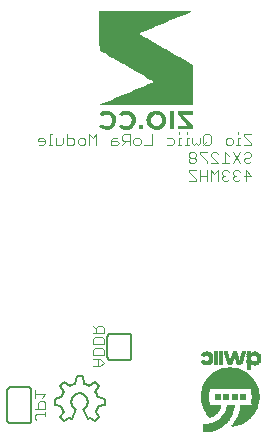
<source format=gbr>
G04 EAGLE Gerber RS-274X export*
G75*
%MOMM*%
%FSLAX34Y34*%
%LPD*%
%INSilkscreen Bottom*%
%IPPOS*%
%AMOC8*
5,1,8,0,0,1.08239X$1,22.5*%
G01*
%ADD10C,0.101600*%
%ADD11C,0.152400*%
%ADD12R,0.120000X0.020000*%
%ADD13R,0.340000X0.020000*%
%ADD14R,0.320000X0.020000*%
%ADD15R,0.140000X0.020000*%
%ADD16R,0.280000X0.020000*%
%ADD17R,0.360000X0.020000*%
%ADD18R,0.420000X0.020000*%
%ADD19R,0.380000X0.020000*%
%ADD20R,0.480000X0.020000*%
%ADD21R,0.540000X0.020000*%
%ADD22R,0.560000X0.020000*%
%ADD23R,0.400000X0.020000*%
%ADD24R,0.640000X0.020000*%
%ADD25R,0.620000X0.020000*%
%ADD26R,0.700000X0.020000*%
%ADD27R,0.660000X0.020000*%
%ADD28R,0.740000X0.020000*%
%ADD29R,1.080000X0.020000*%
%ADD30R,0.800000X0.020000*%
%ADD31R,1.100000X0.020000*%
%ADD32R,0.440000X0.020000*%
%ADD33R,0.840000X0.020000*%
%ADD34R,1.120000X0.020000*%
%ADD35R,0.460000X0.020000*%
%ADD36R,0.860000X0.020000*%
%ADD37R,0.900000X0.020000*%
%ADD38R,1.140000X0.020000*%
%ADD39R,0.920000X0.020000*%
%ADD40R,1.160000X0.020000*%
%ADD41R,0.960000X0.020000*%
%ADD42R,0.500000X0.020000*%
%ADD43R,0.520000X0.020000*%
%ADD44R,0.940000X0.020000*%
%ADD45R,0.260000X0.020000*%
%ADD46R,0.180000X0.020000*%
%ADD47R,0.580000X0.020000*%
%ADD48R,0.060000X0.020000*%
%ADD49R,0.600000X0.020000*%
%ADD50R,0.300000X0.020000*%
%ADD51R,0.040000X0.020000*%
%ADD52R,0.100000X0.020000*%
%ADD53R,0.160000X0.020000*%
%ADD54R,0.220000X0.020000*%
%ADD55R,0.980000X0.020000*%
%ADD56R,0.880000X0.020000*%
%ADD57R,0.760000X0.020000*%
%ADD58R,1.060000X0.020000*%
%ADD59R,0.720000X0.020000*%
%ADD60R,0.820000X0.020000*%
%ADD61R,1.180000X0.020000*%
%ADD62R,1.340000X0.020000*%
%ADD63R,1.460000X0.020000*%
%ADD64R,1.600000X0.020000*%
%ADD65R,1.700000X0.020000*%
%ADD66R,1.820000X0.020000*%
%ADD67R,1.900000X0.020000*%
%ADD68R,1.980000X0.020000*%
%ADD69R,2.100000X0.020000*%
%ADD70R,2.160000X0.020000*%
%ADD71R,2.260000X0.020000*%
%ADD72R,2.340000X0.020000*%
%ADD73R,2.400000X0.020000*%
%ADD74R,2.480000X0.020000*%
%ADD75R,2.540000X0.020000*%
%ADD76R,2.600000X0.020000*%
%ADD77R,2.680000X0.020000*%
%ADD78R,2.720000X0.020000*%
%ADD79R,2.800000X0.020000*%
%ADD80R,2.840000X0.020000*%
%ADD81R,2.900000X0.020000*%
%ADD82R,2.960000X0.020000*%
%ADD83R,3.000000X0.020000*%
%ADD84R,3.060000X0.020000*%
%ADD85R,3.120000X0.020000*%
%ADD86R,3.160000X0.020000*%
%ADD87R,3.200000X0.020000*%
%ADD88R,3.260000X0.020000*%
%ADD89R,3.300000X0.020000*%
%ADD90R,3.340000X0.020000*%
%ADD91R,3.380000X0.020000*%
%ADD92R,3.420000X0.020000*%
%ADD93R,3.460000X0.020000*%
%ADD94R,3.520000X0.020000*%
%ADD95R,3.540000X0.020000*%
%ADD96R,3.580000X0.020000*%
%ADD97R,3.620000X0.020000*%
%ADD98R,3.660000X0.020000*%
%ADD99R,3.700000X0.020000*%
%ADD100R,3.740000X0.020000*%
%ADD101R,3.780000X0.020000*%
%ADD102R,3.800000X0.020000*%
%ADD103R,3.840000X0.020000*%
%ADD104R,3.860000X0.020000*%
%ADD105R,3.900000X0.020000*%
%ADD106R,3.940000X0.020000*%
%ADD107R,3.960000X0.020000*%
%ADD108R,3.980000X0.020000*%
%ADD109R,4.020000X0.020000*%
%ADD110R,4.060000X0.020000*%
%ADD111R,4.080000X0.020000*%
%ADD112R,4.100000X0.020000*%
%ADD113R,4.120000X0.020000*%
%ADD114R,4.160000X0.020000*%
%ADD115R,4.180000X0.020000*%
%ADD116R,4.200000X0.020000*%
%ADD117R,4.240000X0.020000*%
%ADD118R,4.260000X0.020000*%
%ADD119R,4.280000X0.020000*%
%ADD120R,4.300000X0.020000*%
%ADD121R,4.320000X0.020000*%
%ADD122R,4.340000X0.020000*%
%ADD123R,4.380000X0.020000*%
%ADD124R,4.400000X0.020000*%
%ADD125R,4.440000X0.020000*%
%ADD126R,4.460000X0.020000*%
%ADD127R,4.500000X0.020000*%
%ADD128R,4.520000X0.020000*%
%ADD129R,4.540000X0.020000*%
%ADD130R,4.560000X0.020000*%
%ADD131R,4.580000X0.020000*%
%ADD132R,4.600000X0.020000*%
%ADD133R,4.620000X0.020000*%
%ADD134R,4.640000X0.020000*%
%ADD135R,4.660000X0.020000*%
%ADD136R,4.680000X0.020000*%
%ADD137R,4.700000X0.020000*%
%ADD138R,4.720000X0.020000*%
%ADD139R,4.740000X0.020000*%
%ADD140R,0.680000X0.020000*%
%ADD141R,1.480000X0.020000*%
%ADD142R,1.580000X0.020000*%
%ADD143R,1.560000X0.020000*%
%ADD144R,1.540000X0.020000*%
%ADD145R,1.520000X0.020000*%
%ADD146R,1.500000X0.020000*%
%ADD147R,1.440000X0.020000*%
%ADD148R,1.400000X0.020000*%
%ADD149R,1.420000X0.020000*%
%ADD150R,1.380000X0.020000*%
%ADD151R,1.360000X0.020000*%
%ADD152R,1.320000X0.020000*%
%ADD153R,1.300000X0.020000*%
%ADD154R,1.260000X0.020000*%
%ADD155R,1.220000X0.020000*%
%ADD156R,1.200000X0.020000*%
%ADD157R,1.040000X0.020000*%
%ADD158R,1.020000X0.020000*%
%ADD159R,1.000000X0.020000*%
%ADD160R,1.280000X0.020000*%
%ADD161R,0.780000X0.020000*%
%ADD162R,1.240000X0.020000*%
%ADD163R,0.020000X0.020000*%
%ADD164R,1.840000X0.020000*%
%ADD165R,1.800000X0.020000*%
%ADD166R,1.780000X0.020000*%
%ADD167R,1.760000X0.020000*%
%ADD168R,1.740000X0.020000*%
%ADD169R,1.680000X0.020000*%
%ADD170R,1.660000X0.020000*%
%ADD171R,1.620000X0.020000*%

G36*
X171893Y328824D02*
X171893Y328824D01*
X171892Y328824D01*
X171893Y328825D01*
X171890Y331215D01*
X171885Y333602D01*
X171882Y335991D01*
X171877Y338381D01*
X171874Y340768D01*
X171869Y343157D01*
X171866Y345544D01*
X171866Y345547D01*
X171861Y347934D01*
X171858Y350324D01*
X171856Y352711D01*
X171850Y355100D01*
X171848Y357487D01*
X171842Y359877D01*
X171840Y362264D01*
X171835Y362270D01*
X171834Y362274D01*
X169532Y363608D01*
X167230Y364941D01*
X164931Y366275D01*
X160328Y368942D01*
X158029Y370275D01*
X153426Y372942D01*
X151127Y374276D01*
X148825Y375609D01*
X146518Y376948D01*
X144212Y378284D01*
X141907Y379620D01*
X139600Y380959D01*
X137293Y382298D01*
X134989Y383634D01*
X132682Y384973D01*
X130378Y386312D01*
X128071Y387653D01*
X125790Y388986D01*
X128184Y390022D01*
X130609Y391051D01*
X133033Y392078D01*
X135460Y393102D01*
X137887Y394123D01*
X140314Y395145D01*
X142741Y396164D01*
X145170Y397185D01*
X147597Y398201D01*
X149904Y399169D01*
X152208Y400138D01*
X154515Y401103D01*
X156820Y402071D01*
X159127Y403037D01*
X161431Y404005D01*
X163738Y404973D01*
X166042Y405941D01*
X168349Y406909D01*
X170653Y407877D01*
X170654Y407877D01*
X171832Y408379D01*
X171835Y408384D01*
X171839Y408388D01*
X171838Y408390D01*
X171839Y408393D01*
X171832Y408396D01*
X171828Y408402D01*
X166526Y408402D01*
X163875Y408404D01*
X140018Y408404D01*
X137367Y408407D01*
X116165Y408407D01*
X113514Y408410D01*
X92308Y408410D01*
X92297Y408399D01*
X92297Y408398D01*
X92296Y408398D01*
X92299Y406005D01*
X92304Y403610D01*
X92307Y401218D01*
X92312Y398823D01*
X92315Y396431D01*
X92318Y394036D01*
X92323Y391641D01*
X92326Y389249D01*
X92331Y386854D01*
X92334Y384461D01*
X92339Y382066D01*
X92342Y379674D01*
X92347Y377279D01*
X92350Y374884D01*
X92355Y374878D01*
X92356Y374874D01*
X94652Y373546D01*
X96946Y372215D01*
X99242Y370887D01*
X101538Y369556D01*
X103832Y368225D01*
X106128Y366897D01*
X108422Y365566D01*
X110718Y364235D01*
X113014Y362907D01*
X115308Y361576D01*
X122213Y357576D01*
X124514Y356239D01*
X129118Y353572D01*
X131417Y352236D01*
X133718Y350903D01*
X136017Y349564D01*
X138296Y348237D01*
X135872Y347182D01*
X133416Y346140D01*
X130962Y345102D01*
X128506Y344065D01*
X126047Y343030D01*
X123588Y341995D01*
X121129Y340963D01*
X118670Y339931D01*
X116365Y338965D01*
X114058Y337997D01*
X111752Y337029D01*
X109445Y336064D01*
X107140Y335096D01*
X104833Y334127D01*
X102526Y333162D01*
X100222Y332194D01*
X97915Y331226D01*
X95611Y330258D01*
X93931Y329551D01*
X92250Y328844D01*
X92248Y328839D01*
X92243Y328835D01*
X92245Y328833D01*
X92244Y328830D01*
X92250Y328827D01*
X92255Y328821D01*
X97562Y328821D01*
X100216Y328818D01*
X134722Y328818D01*
X137375Y328816D01*
X169227Y328816D01*
X171881Y328813D01*
X171893Y328824D01*
G37*
G36*
X140678Y307672D02*
X140678Y307672D01*
X142067Y307741D01*
X142069Y307743D01*
X142070Y307742D01*
X144255Y308491D01*
X144256Y308493D01*
X144258Y308493D01*
X146157Y309802D01*
X146157Y309804D01*
X146159Y309804D01*
X147615Y311594D01*
X147615Y311596D01*
X147617Y311597D01*
X148489Y313731D01*
X148488Y313733D01*
X148490Y313734D01*
X148671Y315753D01*
X148670Y315754D01*
X148671Y315755D01*
X148442Y317766D01*
X148440Y317768D01*
X148441Y317770D01*
X147414Y320066D01*
X147412Y320067D01*
X147412Y320069D01*
X145756Y321963D01*
X145754Y321963D01*
X145753Y321965D01*
X144222Y322904D01*
X144221Y322904D01*
X144221Y322905D01*
X142551Y323574D01*
X142549Y323573D01*
X142548Y323575D01*
X140678Y323746D01*
X140364Y323775D01*
X140362Y323774D01*
X140361Y323775D01*
X138174Y323583D01*
X138173Y323581D01*
X138171Y323582D01*
X136293Y322817D01*
X136293Y322815D01*
X136291Y322816D01*
X134611Y321685D01*
X134610Y321683D01*
X134609Y321683D01*
X133184Y319994D01*
X133184Y319992D01*
X133182Y319991D01*
X132316Y317962D01*
X132316Y317960D01*
X132315Y317958D01*
X132051Y315764D01*
X132052Y315762D01*
X132051Y315761D01*
X132192Y313948D01*
X132194Y313946D01*
X132193Y313944D01*
X132817Y312238D01*
X132819Y312237D01*
X132818Y312235D01*
X134085Y310315D01*
X134087Y310314D01*
X134087Y310312D01*
X135847Y308835D01*
X135850Y308835D01*
X135850Y308833D01*
X137960Y307910D01*
X137962Y307911D01*
X137963Y307909D01*
X140006Y307637D01*
X140007Y307638D01*
X140008Y307637D01*
X140678Y307672D01*
G37*
G36*
X171893Y307920D02*
X171893Y307920D01*
X171892Y307920D01*
X171893Y307921D01*
X171888Y309228D01*
X171882Y310535D01*
X171879Y310539D01*
X171879Y310543D01*
X170453Y312196D01*
X167599Y315503D01*
X166172Y317157D01*
X163335Y320444D01*
X165371Y320457D01*
X167435Y320471D01*
X169497Y320484D01*
X171561Y320500D01*
X171573Y320511D01*
X171572Y320511D01*
X171573Y320512D01*
X171573Y323494D01*
X171562Y323506D01*
X171562Y323505D01*
X171561Y323506D01*
X158759Y323506D01*
X158748Y323495D01*
X158748Y323494D01*
X158747Y323494D01*
X158747Y320984D01*
X158751Y320980D01*
X158750Y320976D01*
X160188Y319307D01*
X161625Y317637D01*
X163060Y315965D01*
X164498Y314295D01*
X165933Y312626D01*
X167353Y310973D01*
X166716Y310965D01*
X166714Y310965D01*
X165757Y310953D01*
X165755Y310953D01*
X165237Y310947D01*
X164798Y310941D01*
X164796Y310941D01*
X163839Y310929D01*
X163837Y310929D01*
X163836Y310929D01*
X163096Y310920D01*
X162880Y310917D01*
X162878Y310917D01*
X161922Y310905D01*
X161920Y310905D01*
X160964Y310894D01*
X160962Y310894D01*
X160962Y310893D01*
X160954Y310893D01*
X160005Y310882D01*
X160003Y310882D01*
X159046Y310870D01*
X159044Y310870D01*
X158813Y310867D01*
X158801Y310856D01*
X158801Y310855D01*
X158771Y309388D01*
X158742Y307921D01*
X158752Y307909D01*
X158753Y307910D01*
X158754Y307909D01*
X171881Y307909D01*
X171893Y307920D01*
G37*
G36*
X116856Y307752D02*
X116856Y307752D01*
X116858Y307754D01*
X116860Y307753D01*
X119180Y308611D01*
X119181Y308614D01*
X119183Y308613D01*
X121125Y310144D01*
X121125Y310146D01*
X121127Y310147D01*
X122498Y312206D01*
X122498Y312208D01*
X122499Y312208D01*
X123062Y313883D01*
X123062Y313884D01*
X123061Y313885D01*
X123063Y313886D01*
X123191Y315655D01*
X123190Y315656D01*
X123191Y315656D01*
X123036Y317585D01*
X123034Y317586D01*
X123035Y317588D01*
X122350Y319393D01*
X122348Y319394D01*
X122349Y319396D01*
X121205Y321159D01*
X121202Y321159D01*
X121202Y321161D01*
X119605Y322524D01*
X119603Y322524D01*
X119602Y322526D01*
X117698Y323417D01*
X117696Y323416D01*
X117696Y323417D01*
X116357Y323743D01*
X116355Y323742D01*
X116354Y323743D01*
X116125Y323746D01*
X116123Y323746D01*
X115243Y323758D01*
X115241Y323758D01*
X114975Y323762D01*
X114975Y323761D01*
X114975Y323762D01*
X114823Y323758D01*
X114822Y323758D01*
X114320Y323746D01*
X114319Y323746D01*
X113817Y323734D01*
X113815Y323734D01*
X113625Y323730D01*
X113624Y323729D01*
X113623Y323729D01*
X112306Y323463D01*
X112305Y323462D01*
X112304Y323462D01*
X110826Y322873D01*
X110825Y322871D01*
X110824Y322872D01*
X109507Y321983D01*
X109506Y321980D01*
X109503Y321980D01*
X109023Y321214D01*
X109025Y321205D01*
X109024Y321200D01*
X110013Y320038D01*
X110014Y320037D01*
X111038Y318901D01*
X111044Y318900D01*
X111045Y318899D01*
X111050Y318899D01*
X111050Y318900D01*
X111054Y318899D01*
X111054Y318900D01*
X111645Y319334D01*
X113371Y320316D01*
X115332Y320577D01*
X116765Y320279D01*
X117991Y319482D01*
X119189Y317763D01*
X119598Y315709D01*
X119189Y313652D01*
X117991Y311936D01*
X116755Y311135D01*
X115308Y310838D01*
X113339Y311069D01*
X111621Y312076D01*
X110929Y312616D01*
X110913Y312615D01*
X109819Y311530D01*
X108729Y310442D01*
X108728Y310438D01*
X108728Y310437D01*
X108728Y310426D01*
X108729Y310426D01*
X108729Y310425D01*
X109233Y309908D01*
X109234Y309908D01*
X109234Y309907D01*
X110447Y308928D01*
X110449Y308928D01*
X110449Y308927D01*
X111814Y308172D01*
X111817Y308173D01*
X111818Y308171D01*
X114309Y307643D01*
X114310Y307644D01*
X114312Y307642D01*
X116856Y307752D01*
G37*
G36*
X99830Y307666D02*
X99830Y307666D01*
X99831Y307668D01*
X99833Y307667D01*
X102177Y308384D01*
X102178Y308386D01*
X102180Y308386D01*
X104261Y309815D01*
X104261Y309818D01*
X104263Y309818D01*
X105768Y311842D01*
X105767Y311845D01*
X105769Y311846D01*
X106572Y314241D01*
X106571Y314243D01*
X106573Y314244D01*
X106629Y316767D01*
X106627Y316769D01*
X106628Y316769D01*
X106627Y316769D01*
X106628Y316771D01*
X105922Y319195D01*
X105919Y319197D01*
X105920Y319199D01*
X104493Y321279D01*
X104491Y321279D01*
X104491Y321281D01*
X102586Y322791D01*
X102584Y322791D01*
X102583Y322793D01*
X100306Y323638D01*
X100303Y323637D01*
X100302Y323639D01*
X97875Y323796D01*
X97874Y323795D01*
X97872Y323796D01*
X95272Y323300D01*
X95270Y323298D01*
X95268Y323299D01*
X92969Y321989D01*
X92968Y321986D01*
X92966Y321986D01*
X92432Y321274D01*
X92433Y321262D01*
X92433Y321259D01*
X93449Y320064D01*
X94497Y318901D01*
X94513Y318899D01*
X95217Y319406D01*
X96601Y320234D01*
X98174Y320577D01*
X100121Y320327D01*
X101735Y319213D01*
X102903Y317012D01*
X102924Y314517D01*
X101804Y312290D01*
X100294Y311175D01*
X98448Y310816D01*
X96641Y311130D01*
X95062Y312078D01*
X94375Y312606D01*
X94359Y312605D01*
X93329Y311573D01*
X93329Y311572D01*
X92299Y310423D01*
X92299Y310407D01*
X92300Y310407D01*
X92300Y310406D01*
X94007Y308840D01*
X94010Y308840D01*
X94010Y308838D01*
X95837Y308006D01*
X95839Y308007D01*
X95840Y308005D01*
X97816Y307627D01*
X97818Y307628D01*
X97819Y307626D01*
X99830Y307666D01*
G37*
%LPC*%
G36*
X141229Y310943D02*
X141229Y310943D01*
X140851Y310955D01*
X140677Y310960D01*
X140441Y310968D01*
X140069Y310980D01*
X140068Y310980D01*
X139696Y310992D01*
X139324Y311003D01*
X139323Y311003D01*
X138952Y311015D01*
X138951Y311015D01*
X138934Y311016D01*
X136769Y312455D01*
X135792Y314456D01*
X135747Y316680D01*
X136641Y318715D01*
X138349Y320138D01*
X140365Y320604D01*
X140675Y320538D01*
X142392Y320168D01*
X144014Y318883D01*
X144978Y316709D01*
X144879Y314333D01*
X143714Y312264D01*
X141519Y310934D01*
X141229Y310943D01*
G37*
%LPD*%
G36*
X155360Y307920D02*
X155360Y307920D01*
X155359Y307920D01*
X155360Y307921D01*
X155360Y323494D01*
X155350Y323506D01*
X155349Y323505D01*
X155348Y323506D01*
X151934Y323506D01*
X151923Y323495D01*
X151923Y323494D01*
X151923Y307921D01*
X151933Y307909D01*
X151934Y307910D01*
X151934Y307909D01*
X155348Y307909D01*
X155360Y307920D01*
G37*
G36*
X129440Y307920D02*
X129440Y307920D01*
X129439Y307920D01*
X129440Y307921D01*
X129440Y311442D01*
X129429Y311453D01*
X129428Y311453D01*
X125801Y311453D01*
X125789Y311443D01*
X125789Y311442D01*
X125789Y307921D01*
X125799Y307909D01*
X125800Y307910D01*
X125801Y307909D01*
X129428Y307909D01*
X129440Y307920D01*
G37*
D10*
X220726Y303792D02*
X214625Y303792D01*
X214625Y302267D01*
X220726Y296165D01*
X220726Y294640D01*
X214625Y294640D01*
X211371Y300741D02*
X209846Y300741D01*
X209846Y294640D01*
X211371Y294640D02*
X208320Y294640D01*
X209846Y303792D02*
X209846Y305317D01*
X203609Y294640D02*
X200558Y294640D01*
X199033Y296165D01*
X199033Y299216D01*
X200558Y300741D01*
X203609Y300741D01*
X205134Y299216D01*
X205134Y296165D01*
X203609Y294640D01*
X186424Y296165D02*
X186424Y302267D01*
X184898Y303792D01*
X181848Y303792D01*
X180322Y302267D01*
X180322Y296165D01*
X181848Y294640D01*
X184898Y294640D01*
X186424Y296165D01*
X183373Y297691D02*
X180322Y294640D01*
X177068Y296165D02*
X177068Y300741D01*
X177068Y296165D02*
X175543Y294640D01*
X174018Y296165D01*
X172493Y294640D01*
X170967Y296165D01*
X170967Y300741D01*
X167713Y300741D02*
X166188Y300741D01*
X166188Y294640D01*
X167713Y294640D02*
X164663Y294640D01*
X166188Y303792D02*
X166188Y305317D01*
X161477Y300741D02*
X159951Y300741D01*
X159951Y294640D01*
X158426Y294640D02*
X161477Y294640D01*
X159951Y303792D02*
X159951Y305317D01*
X153714Y300741D02*
X149139Y300741D01*
X153714Y300741D02*
X155240Y299216D01*
X155240Y296165D01*
X153714Y294640D01*
X149139Y294640D01*
X136529Y294640D02*
X136529Y303792D01*
X136529Y294640D02*
X130428Y294640D01*
X125649Y294640D02*
X122598Y294640D01*
X121073Y296165D01*
X121073Y299216D01*
X122598Y300741D01*
X125649Y300741D01*
X127174Y299216D01*
X127174Y296165D01*
X125649Y294640D01*
X117819Y294640D02*
X117819Y303792D01*
X113243Y303792D01*
X111718Y302267D01*
X111718Y299216D01*
X113243Y297691D01*
X117819Y297691D01*
X114768Y297691D02*
X111718Y294640D01*
X106939Y300741D02*
X103888Y300741D01*
X102363Y299216D01*
X102363Y294640D01*
X106939Y294640D01*
X108464Y296165D01*
X106939Y297691D01*
X102363Y297691D01*
X89753Y294640D02*
X89753Y303792D01*
X86703Y300741D01*
X83652Y303792D01*
X83652Y294640D01*
X78873Y294640D02*
X75822Y294640D01*
X74297Y296165D01*
X74297Y299216D01*
X75822Y300741D01*
X78873Y300741D01*
X80398Y299216D01*
X80398Y296165D01*
X78873Y294640D01*
X64942Y294640D02*
X64942Y303792D01*
X64942Y294640D02*
X69518Y294640D01*
X71043Y296165D01*
X71043Y299216D01*
X69518Y300741D01*
X64942Y300741D01*
X61688Y300741D02*
X61688Y296165D01*
X60163Y294640D01*
X55587Y294640D01*
X55587Y300741D01*
X52333Y303792D02*
X50807Y303792D01*
X50807Y294640D01*
X49282Y294640D02*
X52333Y294640D01*
X44571Y294640D02*
X41520Y294640D01*
X44571Y294640D02*
X46096Y296165D01*
X46096Y299216D01*
X44571Y300741D01*
X41520Y300741D01*
X39995Y299216D01*
X39995Y297691D01*
X46096Y297691D01*
X214625Y287027D02*
X216150Y288552D01*
X219201Y288552D01*
X220726Y287027D01*
X220726Y285501D01*
X219201Y283976D01*
X216150Y283976D01*
X214625Y282451D01*
X214625Y280925D01*
X216150Y279400D01*
X219201Y279400D01*
X220726Y280925D01*
X211371Y288552D02*
X205270Y279400D01*
X211371Y279400D02*
X205270Y288552D01*
X202016Y285501D02*
X198965Y288552D01*
X198965Y279400D01*
X202016Y279400D02*
X195914Y279400D01*
X192660Y279400D02*
X186559Y279400D01*
X192660Y279400D02*
X186559Y285501D01*
X186559Y287027D01*
X188085Y288552D01*
X191135Y288552D01*
X192660Y287027D01*
X183305Y288552D02*
X177204Y288552D01*
X177204Y287027D01*
X183305Y280925D01*
X183305Y279400D01*
X173950Y287027D02*
X172425Y288552D01*
X169374Y288552D01*
X167849Y287027D01*
X167849Y285501D01*
X169374Y283976D01*
X167849Y282451D01*
X167849Y280925D01*
X169374Y279400D01*
X172425Y279400D01*
X173950Y280925D01*
X173950Y282451D01*
X172425Y283976D01*
X173950Y285501D01*
X173950Y287027D01*
X172425Y283976D02*
X169374Y283976D01*
X216150Y273312D02*
X216150Y264160D01*
X220726Y268736D02*
X216150Y273312D01*
X214625Y268736D02*
X220726Y268736D01*
X211371Y271787D02*
X209846Y273312D01*
X206795Y273312D01*
X205270Y271787D01*
X205270Y270261D01*
X206795Y268736D01*
X208320Y268736D01*
X206795Y268736D02*
X205270Y267211D01*
X205270Y265685D01*
X206795Y264160D01*
X209846Y264160D01*
X211371Y265685D01*
X202016Y271787D02*
X200490Y273312D01*
X197440Y273312D01*
X195914Y271787D01*
X195914Y270261D01*
X197440Y268736D01*
X198965Y268736D01*
X197440Y268736D02*
X195914Y267211D01*
X195914Y265685D01*
X197440Y264160D01*
X200490Y264160D01*
X202016Y265685D01*
X192660Y264160D02*
X192660Y273312D01*
X189610Y270261D01*
X186559Y273312D01*
X186559Y264160D01*
X183305Y264160D02*
X183305Y273312D01*
X183305Y268736D02*
X177204Y268736D01*
X177204Y273312D02*
X177204Y264160D01*
X173950Y273312D02*
X167849Y273312D01*
X167849Y271787D01*
X173950Y265685D01*
X173950Y264160D01*
X167849Y264160D01*
X37338Y63755D02*
X38863Y62230D01*
X37338Y63755D02*
X37338Y65281D01*
X38863Y66806D01*
X46490Y66806D01*
X46490Y65281D02*
X46490Y68331D01*
X46490Y71585D02*
X37338Y71585D01*
X46490Y71585D02*
X46490Y76161D01*
X44965Y77686D01*
X41914Y77686D01*
X40389Y76161D01*
X40389Y71585D01*
X43439Y80940D02*
X46490Y83991D01*
X37338Y83991D01*
X37338Y80940D02*
X37338Y87042D01*
X86614Y107442D02*
X92715Y107442D01*
X95766Y110493D01*
X92715Y113543D01*
X86614Y113543D01*
X91190Y113543D02*
X91190Y107442D01*
X95766Y116797D02*
X86614Y116797D01*
X86614Y121373D01*
X88139Y122898D01*
X94241Y122898D01*
X95766Y121373D01*
X95766Y116797D01*
X95766Y126152D02*
X86614Y126152D01*
X86614Y130728D01*
X88139Y132254D01*
X94241Y132254D01*
X95766Y130728D01*
X95766Y126152D01*
X95766Y135508D02*
X86614Y135508D01*
X95766Y135508D02*
X95766Y140083D01*
X94241Y141609D01*
X91190Y141609D01*
X89665Y140083D01*
X89665Y135508D01*
X89665Y138558D02*
X86614Y141609D01*
D11*
X14264Y87238D02*
X14264Y61838D01*
X34584Y87238D02*
X34582Y87338D01*
X34576Y87437D01*
X34566Y87537D01*
X34553Y87635D01*
X34535Y87734D01*
X34514Y87831D01*
X34489Y87927D01*
X34460Y88023D01*
X34427Y88117D01*
X34391Y88210D01*
X34351Y88301D01*
X34307Y88391D01*
X34260Y88479D01*
X34210Y88565D01*
X34156Y88649D01*
X34099Y88731D01*
X34039Y88810D01*
X33975Y88888D01*
X33909Y88962D01*
X33840Y89034D01*
X33768Y89103D01*
X33694Y89169D01*
X33616Y89233D01*
X33537Y89293D01*
X33455Y89350D01*
X33371Y89404D01*
X33285Y89454D01*
X33197Y89501D01*
X33107Y89545D01*
X33016Y89585D01*
X32923Y89621D01*
X32829Y89654D01*
X32733Y89683D01*
X32637Y89708D01*
X32540Y89729D01*
X32441Y89747D01*
X32343Y89760D01*
X32243Y89770D01*
X32144Y89776D01*
X32044Y89778D01*
X34584Y61838D02*
X34582Y61738D01*
X34576Y61639D01*
X34566Y61539D01*
X34553Y61441D01*
X34535Y61342D01*
X34514Y61245D01*
X34489Y61149D01*
X34460Y61053D01*
X34427Y60959D01*
X34391Y60866D01*
X34351Y60775D01*
X34307Y60685D01*
X34260Y60597D01*
X34210Y60511D01*
X34156Y60427D01*
X34099Y60345D01*
X34039Y60266D01*
X33975Y60188D01*
X33909Y60114D01*
X33840Y60042D01*
X33768Y59973D01*
X33694Y59907D01*
X33616Y59843D01*
X33537Y59783D01*
X33455Y59726D01*
X33371Y59672D01*
X33285Y59622D01*
X33197Y59575D01*
X33107Y59531D01*
X33016Y59491D01*
X32923Y59455D01*
X32829Y59422D01*
X32733Y59393D01*
X32637Y59368D01*
X32540Y59347D01*
X32441Y59329D01*
X32343Y59316D01*
X32243Y59306D01*
X32144Y59300D01*
X32044Y59298D01*
X16804Y59298D02*
X16704Y59300D01*
X16605Y59306D01*
X16505Y59316D01*
X16407Y59329D01*
X16308Y59347D01*
X16211Y59368D01*
X16115Y59393D01*
X16019Y59422D01*
X15925Y59455D01*
X15832Y59491D01*
X15741Y59531D01*
X15651Y59575D01*
X15563Y59622D01*
X15477Y59672D01*
X15393Y59726D01*
X15311Y59783D01*
X15232Y59843D01*
X15154Y59907D01*
X15080Y59973D01*
X15008Y60042D01*
X14939Y60114D01*
X14873Y60188D01*
X14809Y60266D01*
X14749Y60345D01*
X14692Y60427D01*
X14638Y60511D01*
X14588Y60597D01*
X14541Y60685D01*
X14497Y60775D01*
X14457Y60866D01*
X14421Y60959D01*
X14388Y61053D01*
X14359Y61149D01*
X14334Y61245D01*
X14313Y61342D01*
X14295Y61441D01*
X14282Y61539D01*
X14272Y61639D01*
X14266Y61738D01*
X14264Y61838D01*
X14264Y87238D02*
X14266Y87338D01*
X14272Y87437D01*
X14282Y87537D01*
X14295Y87635D01*
X14313Y87734D01*
X14334Y87831D01*
X14359Y87927D01*
X14388Y88023D01*
X14421Y88117D01*
X14457Y88210D01*
X14497Y88301D01*
X14541Y88391D01*
X14588Y88479D01*
X14638Y88565D01*
X14692Y88649D01*
X14749Y88731D01*
X14809Y88810D01*
X14873Y88888D01*
X14939Y88962D01*
X15008Y89034D01*
X15080Y89103D01*
X15154Y89169D01*
X15232Y89233D01*
X15311Y89293D01*
X15393Y89350D01*
X15477Y89404D01*
X15563Y89454D01*
X15651Y89501D01*
X15741Y89545D01*
X15832Y89585D01*
X15925Y89621D01*
X16019Y89654D01*
X16115Y89683D01*
X16211Y89708D01*
X16308Y89729D01*
X16407Y89747D01*
X16505Y89760D01*
X16605Y89770D01*
X16704Y89776D01*
X16804Y89778D01*
X32044Y89778D01*
X32044Y59298D02*
X16804Y59298D01*
X34584Y61838D02*
X34584Y87238D01*
D12*
X224208Y119052D03*
D13*
X218908Y119052D03*
X214708Y119052D03*
D14*
X206808Y119052D03*
X199208Y119052D03*
D13*
X195108Y119052D03*
X190908Y119052D03*
D15*
X183108Y119052D03*
D16*
X224208Y118852D03*
D17*
X218808Y118852D03*
X214608Y118852D03*
X206808Y118852D03*
D13*
X199108Y118852D03*
D17*
X195208Y118852D03*
X190808Y118852D03*
D14*
X183008Y118852D03*
D18*
X224308Y118652D03*
D17*
X218808Y118652D03*
X214608Y118652D03*
D19*
X206908Y118652D03*
D17*
X199208Y118652D03*
X195208Y118652D03*
X190808Y118652D03*
D20*
X183008Y118652D03*
X224208Y118452D03*
D17*
X218808Y118452D03*
X214608Y118452D03*
D19*
X206908Y118452D03*
D13*
X199308Y118452D03*
D17*
X195208Y118452D03*
X190808Y118452D03*
D21*
X183108Y118452D03*
D22*
X224208Y118252D03*
D17*
X218808Y118252D03*
X214408Y118252D03*
D23*
X206808Y118252D03*
D13*
X199308Y118252D03*
D17*
X195208Y118252D03*
X190808Y118252D03*
D24*
X183008Y118252D03*
D25*
X224308Y118052D03*
D17*
X218808Y118052D03*
X214408Y118052D03*
D23*
X206808Y118052D03*
D17*
X199408Y118052D03*
X195208Y118052D03*
X190808Y118052D03*
D26*
X183108Y118052D03*
D27*
X224308Y117852D03*
D19*
X218908Y117852D03*
D13*
X214308Y117852D03*
D18*
X206908Y117852D03*
D13*
X199508Y117852D03*
D17*
X195208Y117852D03*
X190808Y117852D03*
D28*
X183108Y117852D03*
D29*
X222408Y117652D03*
D17*
X214208Y117652D03*
D18*
X206908Y117652D03*
D13*
X199508Y117652D03*
D17*
X195208Y117652D03*
X190808Y117652D03*
D30*
X183008Y117652D03*
D31*
X222508Y117452D03*
D17*
X214208Y117452D03*
D32*
X206808Y117452D03*
D13*
X199508Y117452D03*
D17*
X195208Y117452D03*
X190808Y117452D03*
D33*
X183008Y117452D03*
D34*
X222608Y117252D03*
D13*
X214108Y117252D03*
D35*
X206908Y117252D03*
D13*
X199708Y117252D03*
D17*
X195208Y117252D03*
X190808Y117252D03*
D36*
X183108Y117252D03*
D34*
X222608Y117052D03*
D13*
X214108Y117052D03*
D35*
X206908Y117052D03*
D13*
X199708Y117052D03*
D17*
X195208Y117052D03*
X190808Y117052D03*
D37*
X183108Y117052D03*
D38*
X222708Y116852D03*
D17*
X214008Y116852D03*
D20*
X206808Y116852D03*
D14*
X199808Y116852D03*
D17*
X195208Y116852D03*
X190808Y116852D03*
D39*
X183008Y116852D03*
D40*
X222808Y116652D03*
D13*
X213908Y116652D03*
D20*
X206808Y116652D03*
D13*
X199908Y116652D03*
D17*
X195208Y116652D03*
X190808Y116652D03*
D41*
X183008Y116652D03*
D40*
X222808Y116452D03*
D13*
X213908Y116452D03*
D42*
X206908Y116452D03*
D13*
X199908Y116452D03*
D17*
X195208Y116452D03*
X190808Y116452D03*
D41*
X183208Y116452D03*
D40*
X222808Y116252D03*
D17*
X213808Y116252D03*
D43*
X206808Y116252D03*
D13*
X199908Y116252D03*
D17*
X195208Y116252D03*
X190808Y116252D03*
D44*
X183308Y116252D03*
D20*
X226408Y116052D03*
D21*
X219708Y116052D03*
D13*
X213708Y116052D03*
D43*
X206808Y116052D03*
D14*
X200008Y116052D03*
D17*
X195208Y116052D03*
X190808Y116052D03*
D20*
X185808Y116052D03*
D14*
X180608Y116052D03*
D35*
X226708Y115852D03*
D42*
X219508Y115852D03*
D13*
X213708Y115852D03*
D43*
X206808Y115852D03*
D13*
X200108Y115852D03*
D17*
X195208Y115852D03*
X190808Y115852D03*
D32*
X186008Y115852D03*
D45*
X180508Y115852D03*
D18*
X226908Y115652D03*
D35*
X219308Y115652D03*
D17*
X213608Y115652D03*
D21*
X206908Y115652D03*
D14*
X200208Y115652D03*
D17*
X195208Y115652D03*
X190808Y115652D03*
D18*
X186308Y115652D03*
D46*
X180508Y115652D03*
D23*
X227008Y115452D03*
D32*
X219208Y115452D03*
D13*
X213508Y115452D03*
D21*
X206908Y115452D03*
D14*
X200208Y115452D03*
D17*
X195208Y115452D03*
X190808Y115452D03*
D23*
X186408Y115452D03*
D12*
X180608Y115452D03*
D23*
X227008Y115252D03*
D18*
X219108Y115252D03*
D13*
X213508Y115252D03*
D47*
X206908Y115252D03*
D13*
X200308Y115252D03*
D17*
X195208Y115252D03*
X190808Y115252D03*
D19*
X186508Y115252D03*
D48*
X180708Y115252D03*
D19*
X227108Y115052D03*
D23*
X219008Y115052D03*
D14*
X213408Y115052D03*
D47*
X206908Y115052D03*
D14*
X200408Y115052D03*
D17*
X195208Y115052D03*
X190808Y115052D03*
X186608Y115052D03*
D19*
X227308Y114852D03*
D23*
X219008Y114852D03*
D13*
X213308Y114852D03*
D49*
X206808Y114852D03*
D14*
X200408Y114852D03*
D17*
X195208Y114852D03*
X190808Y114852D03*
D19*
X186708Y114852D03*
X227308Y114652D03*
D23*
X219008Y114652D03*
D13*
X213308Y114652D03*
D49*
X206808Y114652D03*
D14*
X200608Y114652D03*
D17*
X195208Y114652D03*
X190808Y114652D03*
D19*
X186708Y114652D03*
X227308Y114452D03*
X218908Y114452D03*
D14*
X213208Y114452D03*
D16*
X208408Y114452D03*
D50*
X205308Y114452D03*
D14*
X200608Y114452D03*
D17*
X195208Y114452D03*
X190808Y114452D03*
X186808Y114452D03*
X227408Y114252D03*
D19*
X218908Y114252D03*
D13*
X213108Y114252D03*
D16*
X208608Y114252D03*
D50*
X205308Y114252D03*
D14*
X200608Y114252D03*
D17*
X195208Y114252D03*
X190808Y114252D03*
X186808Y114252D03*
X227408Y114052D03*
D19*
X218908Y114052D03*
D13*
X213108Y114052D03*
D16*
X208608Y114052D03*
D50*
X205108Y114052D03*
X200708Y114052D03*
D17*
X195208Y114052D03*
X190808Y114052D03*
X186808Y114052D03*
X227408Y113852D03*
X218808Y113852D03*
D14*
X213008Y113852D03*
D50*
X208708Y113852D03*
X205108Y113852D03*
D14*
X200808Y113852D03*
D17*
X195208Y113852D03*
X190808Y113852D03*
X186808Y113852D03*
X227408Y113652D03*
X218808Y113652D03*
D13*
X212908Y113652D03*
D50*
X208708Y113652D03*
X205108Y113652D03*
D14*
X200808Y113652D03*
D17*
X195208Y113652D03*
X190808Y113652D03*
X186808Y113652D03*
X227408Y113452D03*
X218808Y113452D03*
D14*
X212808Y113452D03*
D16*
X208808Y113452D03*
X205008Y113452D03*
D50*
X200908Y113452D03*
D17*
X195208Y113452D03*
X190808Y113452D03*
X186808Y113452D03*
X227408Y113252D03*
X218808Y113252D03*
D14*
X212808Y113252D03*
D16*
X208808Y113252D03*
D50*
X204908Y113252D03*
D14*
X201008Y113252D03*
D17*
X195208Y113252D03*
X190808Y113252D03*
X186808Y113252D03*
X227408Y113052D03*
X218808Y113052D03*
D14*
X212808Y113052D03*
D16*
X209008Y113052D03*
D50*
X204908Y113052D03*
X201108Y113052D03*
D17*
X195208Y113052D03*
X190808Y113052D03*
X186808Y113052D03*
X227408Y112852D03*
D19*
X218908Y112852D03*
D13*
X212708Y112852D03*
D16*
X209008Y112852D03*
D50*
X204708Y112852D03*
X201108Y112852D03*
D17*
X195208Y112852D03*
X190808Y112852D03*
X186808Y112852D03*
X227408Y112652D03*
D19*
X218908Y112652D03*
D14*
X212608Y112652D03*
D16*
X209008Y112652D03*
D50*
X204708Y112652D03*
X201108Y112652D03*
D17*
X195208Y112652D03*
X190808Y112652D03*
X186808Y112652D03*
D19*
X227308Y112452D03*
X218908Y112452D03*
D14*
X212608Y112452D03*
D16*
X209008Y112452D03*
D50*
X204708Y112452D03*
D14*
X201208Y112452D03*
D17*
X195208Y112452D03*
X190808Y112452D03*
D19*
X186708Y112452D03*
X227308Y112252D03*
D23*
X219008Y112252D03*
D14*
X212408Y112252D03*
D16*
X209208Y112252D03*
D50*
X204708Y112252D03*
X201308Y112252D03*
D17*
X195208Y112252D03*
X190808Y112252D03*
D19*
X186708Y112252D03*
X227308Y112052D03*
D23*
X219008Y112052D03*
D25*
X210908Y112052D03*
X202908Y112052D03*
D17*
X195208Y112052D03*
X190808Y112052D03*
D19*
X186508Y112052D03*
D51*
X180608Y112052D03*
D19*
X227108Y111852D03*
D23*
X219008Y111852D03*
D25*
X210908Y111852D03*
D49*
X203008Y111852D03*
D17*
X195208Y111852D03*
X190808Y111852D03*
D19*
X186508Y111852D03*
D52*
X180508Y111852D03*
D23*
X227008Y111652D03*
D18*
X219108Y111652D03*
D47*
X210908Y111652D03*
X202908Y111652D03*
D17*
X195208Y111652D03*
X190808Y111652D03*
D23*
X186408Y111652D03*
D53*
X180408Y111652D03*
D23*
X227008Y111452D03*
D32*
X219208Y111452D03*
D47*
X210908Y111452D03*
X202908Y111452D03*
D17*
X195208Y111452D03*
X190808Y111452D03*
D18*
X186308Y111452D03*
D54*
X180308Y111452D03*
D18*
X226908Y111252D03*
D35*
X219308Y111252D03*
D47*
X210908Y111252D03*
D22*
X203008Y111252D03*
D17*
X195208Y111252D03*
X190808Y111252D03*
D32*
X186008Y111252D03*
D16*
X180408Y111252D03*
D32*
X226608Y111052D03*
D20*
X219408Y111052D03*
D21*
X210908Y111052D03*
D22*
X203008Y111052D03*
D17*
X195208Y111052D03*
X190808Y111052D03*
D41*
X183408Y111052D03*
D35*
X226508Y110852D03*
D43*
X219608Y110852D03*
D21*
X210908Y110852D03*
X202908Y110852D03*
D17*
X195208Y110852D03*
X190808Y110852D03*
D41*
X183208Y110852D03*
D43*
X226008Y110652D03*
D49*
X220008Y110652D03*
D43*
X210808Y110652D03*
X203008Y110652D03*
D17*
X195208Y110652D03*
X190808Y110652D03*
D55*
X183108Y110652D03*
D40*
X222808Y110452D03*
D42*
X210908Y110452D03*
D43*
X203008Y110452D03*
D17*
X195208Y110452D03*
X190808Y110452D03*
D44*
X183108Y110452D03*
D40*
X222808Y110252D03*
D42*
X210908Y110252D03*
D20*
X203008Y110252D03*
D17*
X195208Y110252D03*
X190808Y110252D03*
D39*
X183008Y110252D03*
D38*
X222708Y110052D03*
D20*
X210808Y110052D03*
X203008Y110052D03*
D17*
X195208Y110052D03*
X190808Y110052D03*
D56*
X183008Y110052D03*
D34*
X222608Y109852D03*
D20*
X210808Y109852D03*
X203008Y109852D03*
D17*
X195208Y109852D03*
X190808Y109852D03*
D33*
X183008Y109852D03*
D31*
X222508Y109652D03*
D35*
X210908Y109652D03*
D32*
X203008Y109652D03*
D17*
X195208Y109652D03*
X190808Y109652D03*
D30*
X183008Y109652D03*
D29*
X222408Y109452D03*
D32*
X210808Y109452D03*
X203008Y109452D03*
D17*
X195208Y109452D03*
X190808Y109452D03*
D57*
X183008Y109452D03*
D58*
X222308Y109252D03*
D18*
X210908Y109252D03*
D32*
X203008Y109252D03*
D17*
X195208Y109252D03*
X190808Y109252D03*
D59*
X183008Y109252D03*
D24*
X224208Y109052D03*
D19*
X218908Y109052D03*
D23*
X210808Y109052D03*
D18*
X203108Y109052D03*
D17*
X195208Y109052D03*
X190808Y109052D03*
D24*
X183008Y109052D03*
D49*
X224208Y108852D03*
D17*
X218808Y108852D03*
D23*
X210808Y108852D03*
X203008Y108852D03*
D17*
X195208Y108852D03*
X190808Y108852D03*
D49*
X183008Y108852D03*
D22*
X224208Y108652D03*
D17*
X218808Y108652D03*
D23*
X210808Y108652D03*
D19*
X203108Y108652D03*
D17*
X195208Y108652D03*
X190808Y108652D03*
D42*
X183108Y108652D03*
D20*
X224208Y108452D03*
D17*
X218808Y108452D03*
X210808Y108452D03*
D19*
X203108Y108452D03*
D17*
X195208Y108452D03*
X190808Y108452D03*
X183008Y108452D03*
D23*
X224208Y108252D03*
D17*
X218808Y108252D03*
X210808Y108252D03*
X203008Y108252D03*
D13*
X195108Y108252D03*
D17*
X190808Y108252D03*
D54*
X183108Y108252D03*
D16*
X224208Y108052D03*
D17*
X218808Y108052D03*
D52*
X224108Y107852D03*
D17*
X218808Y107852D03*
X218808Y107652D03*
X218808Y107452D03*
X218808Y107252D03*
X218808Y107052D03*
X218808Y106852D03*
X218808Y106652D03*
X218808Y106452D03*
X218808Y106252D03*
X218808Y106052D03*
X218808Y105852D03*
X218808Y105652D03*
D18*
X203108Y105652D03*
D17*
X218808Y105452D03*
D60*
X203108Y105452D03*
D17*
X218808Y105252D03*
D55*
X203108Y105252D03*
D17*
X218808Y105052D03*
D61*
X203108Y105052D03*
D17*
X218808Y104852D03*
D62*
X203108Y104852D03*
D17*
X218808Y104652D03*
D63*
X203108Y104652D03*
D17*
X218808Y104452D03*
D64*
X203008Y104452D03*
D13*
X218908Y104252D03*
D65*
X203108Y104252D03*
D66*
X203108Y104052D03*
D67*
X203108Y103852D03*
D68*
X203108Y103652D03*
D69*
X203108Y103452D03*
D70*
X203008Y103252D03*
D71*
X203108Y103052D03*
D72*
X203108Y102852D03*
D73*
X203008Y102652D03*
D74*
X203008Y102452D03*
D75*
X203108Y102252D03*
D76*
X203008Y102052D03*
D77*
X203008Y101852D03*
D78*
X203008Y101652D03*
D79*
X203008Y101452D03*
D80*
X203008Y101252D03*
D81*
X203108Y101052D03*
D82*
X203008Y100852D03*
D83*
X203008Y100652D03*
D84*
X203108Y100452D03*
D85*
X203008Y100252D03*
D86*
X203008Y100052D03*
D87*
X203008Y99852D03*
D88*
X203108Y99652D03*
D89*
X203108Y99452D03*
D90*
X203108Y99252D03*
D91*
X203108Y99052D03*
D92*
X203108Y98852D03*
D93*
X203108Y98652D03*
D94*
X203008Y98452D03*
D95*
X203108Y98252D03*
D96*
X203108Y98052D03*
D97*
X203108Y97852D03*
D98*
X203108Y97652D03*
D99*
X203108Y97452D03*
D100*
X203108Y97252D03*
D101*
X203108Y97052D03*
D102*
X203008Y96852D03*
D103*
X203008Y96652D03*
D104*
X203108Y96452D03*
D105*
X203108Y96252D03*
D106*
X203108Y96052D03*
D107*
X203008Y95852D03*
D108*
X203108Y95652D03*
D109*
X203108Y95452D03*
D110*
X203108Y95252D03*
D111*
X203008Y95052D03*
D112*
X203108Y94852D03*
D113*
X203008Y94652D03*
D114*
X203008Y94452D03*
D115*
X203108Y94252D03*
D116*
X203008Y94052D03*
D117*
X203008Y93852D03*
D118*
X203108Y93652D03*
D119*
X203008Y93452D03*
D120*
X203108Y93252D03*
D121*
X203008Y93052D03*
D122*
X203108Y92852D03*
D123*
X203108Y92652D03*
X203108Y92452D03*
D124*
X203008Y92252D03*
D125*
X203008Y92052D03*
D126*
X203108Y91852D03*
X203108Y91652D03*
D127*
X203108Y91452D03*
D128*
X203008Y91252D03*
X203008Y91052D03*
D129*
X203108Y90852D03*
D130*
X203008Y90652D03*
D131*
X203108Y90452D03*
D132*
X203008Y90252D03*
X203008Y90052D03*
D133*
X203108Y89852D03*
D134*
X203008Y89652D03*
D135*
X203108Y89452D03*
X203108Y89252D03*
D136*
X203008Y89052D03*
D137*
X203108Y88852D03*
D138*
X203008Y88652D03*
X203008Y88452D03*
D139*
X203108Y88252D03*
X203108Y88052D03*
D49*
X223808Y87852D03*
D24*
X182408Y87852D03*
D49*
X224008Y87652D03*
D25*
X182308Y87652D03*
D47*
X224108Y87452D03*
D25*
X182308Y87452D03*
D47*
X224108Y87252D03*
D25*
X182308Y87252D03*
D47*
X224108Y87052D03*
D24*
X182208Y87052D03*
D49*
X224208Y86852D03*
D24*
X182208Y86852D03*
D49*
X224208Y86652D03*
D24*
X182208Y86652D03*
D49*
X224208Y86452D03*
D27*
X182108Y86452D03*
D49*
X224208Y86252D03*
D27*
X182108Y86252D03*
D25*
X224308Y86052D03*
D27*
X182108Y86052D03*
D25*
X224308Y85852D03*
D27*
X182108Y85852D03*
D25*
X224308Y85652D03*
D27*
X182108Y85652D03*
D25*
X224308Y85452D03*
D27*
X182108Y85452D03*
D25*
X224308Y85252D03*
D140*
X182008Y85252D03*
D24*
X224408Y85052D03*
D140*
X182008Y85052D03*
D24*
X224408Y84852D03*
D140*
X182008Y84852D03*
D24*
X224408Y84652D03*
D140*
X182008Y84652D03*
D24*
X224408Y84452D03*
D140*
X182008Y84452D03*
D24*
X224408Y84252D03*
D26*
X181908Y84252D03*
D24*
X224408Y84052D03*
D26*
X181908Y84052D03*
D24*
X224408Y83852D03*
D26*
X181908Y83852D03*
D24*
X224408Y83652D03*
D26*
X181908Y83652D03*
D24*
X224408Y83452D03*
D26*
X181908Y83452D03*
D24*
X224408Y83252D03*
D26*
X181908Y83252D03*
D27*
X224508Y83052D03*
D35*
X214108Y83052D03*
D20*
X207008Y83052D03*
X199808Y83052D03*
D35*
X192708Y83052D03*
D26*
X181908Y83052D03*
D27*
X224508Y82852D03*
D20*
X214208Y82852D03*
X207008Y82852D03*
D42*
X199708Y82852D03*
D20*
X192608Y82852D03*
D26*
X181908Y82852D03*
D27*
X224508Y82652D03*
D20*
X214208Y82652D03*
X207008Y82652D03*
D42*
X199708Y82652D03*
D20*
X192608Y82652D03*
D26*
X181908Y82652D03*
D27*
X224508Y82452D03*
D20*
X214208Y82452D03*
X207008Y82452D03*
D42*
X199708Y82452D03*
D20*
X192608Y82452D03*
D26*
X181908Y82452D03*
D27*
X224508Y82252D03*
D20*
X214208Y82252D03*
X207008Y82252D03*
D42*
X199708Y82252D03*
D20*
X192608Y82252D03*
D26*
X181908Y82252D03*
D27*
X224508Y82052D03*
D20*
X214208Y82052D03*
X207008Y82052D03*
D42*
X199708Y82052D03*
D20*
X192608Y82052D03*
D26*
X181908Y82052D03*
D27*
X224508Y81852D03*
D20*
X214208Y81852D03*
X207008Y81852D03*
D42*
X199708Y81852D03*
D20*
X192608Y81852D03*
D26*
X181908Y81852D03*
D27*
X224508Y81652D03*
D20*
X214208Y81652D03*
X207008Y81652D03*
D42*
X199708Y81652D03*
D20*
X192608Y81652D03*
D59*
X181808Y81652D03*
D27*
X224508Y81452D03*
D20*
X214208Y81452D03*
X207008Y81452D03*
D42*
X199708Y81452D03*
D20*
X192608Y81452D03*
D59*
X181808Y81452D03*
D27*
X224508Y81252D03*
D20*
X214208Y81252D03*
X207008Y81252D03*
D42*
X199708Y81252D03*
D20*
X192608Y81252D03*
D59*
X181808Y81252D03*
D27*
X224508Y81052D03*
D20*
X214208Y81052D03*
X207008Y81052D03*
D42*
X199708Y81052D03*
D20*
X192608Y81052D03*
D59*
X181808Y81052D03*
D27*
X224508Y80852D03*
D20*
X214208Y80852D03*
X207008Y80852D03*
D42*
X199708Y80852D03*
D20*
X192608Y80852D03*
D59*
X181808Y80852D03*
D27*
X224508Y80652D03*
D20*
X214208Y80652D03*
X207008Y80652D03*
D42*
X199708Y80652D03*
D20*
X192608Y80652D03*
D59*
X181808Y80652D03*
D27*
X224508Y80452D03*
D20*
X214208Y80452D03*
X207008Y80452D03*
D42*
X199708Y80452D03*
D20*
X192608Y80452D03*
D59*
X181808Y80452D03*
D27*
X224508Y80252D03*
D20*
X214208Y80252D03*
X207008Y80252D03*
D42*
X199708Y80252D03*
D20*
X192608Y80252D03*
D59*
X181808Y80252D03*
D27*
X224508Y80052D03*
D20*
X214208Y80052D03*
X207008Y80052D03*
D42*
X199708Y80052D03*
D20*
X192608Y80052D03*
D26*
X181908Y80052D03*
D27*
X224508Y79852D03*
D20*
X214208Y79852D03*
X207008Y79852D03*
D42*
X199708Y79852D03*
D20*
X192608Y79852D03*
D26*
X181908Y79852D03*
D27*
X224508Y79652D03*
D20*
X214208Y79652D03*
X207008Y79652D03*
D42*
X199708Y79652D03*
D20*
X192608Y79652D03*
D26*
X181908Y79652D03*
D27*
X224508Y79452D03*
D20*
X214208Y79452D03*
X207008Y79452D03*
D42*
X199708Y79452D03*
D20*
X192608Y79452D03*
D26*
X181908Y79452D03*
D27*
X224508Y79252D03*
D20*
X214208Y79252D03*
X207008Y79252D03*
D42*
X199708Y79252D03*
D20*
X192608Y79252D03*
D26*
X181908Y79252D03*
D27*
X224508Y79052D03*
D20*
X214208Y79052D03*
X207008Y79052D03*
D42*
X199708Y79052D03*
D20*
X192608Y79052D03*
D26*
X181908Y79052D03*
D27*
X224508Y78852D03*
D20*
X214208Y78852D03*
X207008Y78852D03*
D42*
X199708Y78852D03*
D20*
X192608Y78852D03*
D26*
X181908Y78852D03*
D24*
X224408Y78652D03*
D20*
X214208Y78652D03*
X207008Y78652D03*
D42*
X199708Y78652D03*
D20*
X192608Y78652D03*
D26*
X181908Y78652D03*
D24*
X224408Y78452D03*
D35*
X214108Y78452D03*
D20*
X207008Y78452D03*
X199808Y78452D03*
D35*
X192708Y78452D03*
D26*
X181908Y78452D03*
D24*
X224408Y78252D03*
D26*
X181908Y78252D03*
D24*
X224408Y78052D03*
D26*
X181908Y78052D03*
D24*
X224408Y77852D03*
D26*
X181908Y77852D03*
D24*
X224408Y77652D03*
D26*
X181908Y77652D03*
D24*
X224408Y77452D03*
D26*
X181908Y77452D03*
D24*
X224408Y77252D03*
D140*
X182008Y77252D03*
D24*
X224408Y77052D03*
D140*
X182008Y77052D03*
D24*
X224408Y76852D03*
D140*
X182008Y76852D03*
D25*
X224308Y76652D03*
D140*
X182008Y76652D03*
D25*
X224308Y76452D03*
D27*
X182108Y76452D03*
D25*
X224308Y76252D03*
D27*
X182108Y76252D03*
D25*
X224308Y76052D03*
D27*
X182108Y76052D03*
D25*
X224308Y75852D03*
D27*
X182108Y75852D03*
D49*
X224208Y75652D03*
D27*
X182108Y75652D03*
D49*
X224208Y75452D03*
D27*
X182108Y75452D03*
D49*
X224208Y75252D03*
D24*
X182208Y75252D03*
D49*
X224208Y75052D03*
D24*
X182208Y75052D03*
D47*
X224108Y74852D03*
D24*
X182208Y74852D03*
D47*
X224108Y74652D03*
D24*
X182208Y74652D03*
D47*
X224108Y74452D03*
D25*
X182308Y74452D03*
D47*
X224108Y74252D03*
D25*
X182308Y74252D03*
D22*
X224008Y74052D03*
D25*
X182308Y74052D03*
D22*
X224008Y73852D03*
D49*
X182408Y73852D03*
D47*
X223908Y73652D03*
D25*
X182508Y73652D03*
D141*
X219208Y73452D03*
D27*
X203508Y73452D03*
D142*
X187308Y73452D03*
D141*
X219208Y73252D03*
D27*
X203508Y73252D03*
D142*
X187308Y73252D03*
D141*
X219208Y73052D03*
D27*
X203508Y73052D03*
D143*
X187408Y73052D03*
D141*
X219208Y72852D03*
D140*
X203408Y72852D03*
D144*
X187308Y72852D03*
D63*
X219108Y72652D03*
D140*
X203408Y72652D03*
D145*
X187408Y72652D03*
D141*
X219008Y72452D03*
D140*
X203408Y72452D03*
D145*
X187408Y72452D03*
D63*
X218908Y72252D03*
D140*
X203408Y72252D03*
D145*
X187408Y72252D03*
D63*
X218908Y72052D03*
D26*
X203308Y72052D03*
D146*
X187308Y72052D03*
D63*
X218908Y71852D03*
D140*
X203208Y71852D03*
D141*
X187408Y71852D03*
D147*
X218808Y71652D03*
D140*
X203208Y71652D03*
D63*
X187308Y71652D03*
D147*
X218808Y71452D03*
D140*
X203208Y71452D03*
D147*
X187408Y71452D03*
X218608Y71252D03*
D26*
X203108Y71252D03*
D147*
X187408Y71252D03*
X218608Y71052D03*
D26*
X203108Y71052D03*
D148*
X187408Y71052D03*
D149*
X218508Y70852D03*
D140*
X203008Y70852D03*
D148*
X187408Y70852D03*
D149*
X218508Y70652D03*
D26*
X202908Y70652D03*
D150*
X187308Y70652D03*
D149*
X218508Y70452D03*
D26*
X202908Y70452D03*
D151*
X187408Y70452D03*
D148*
X218408Y70252D03*
D26*
X202908Y70252D03*
D152*
X187408Y70252D03*
D149*
X218308Y70052D03*
D26*
X202708Y70052D03*
D152*
X187408Y70052D03*
D148*
X218208Y69852D03*
D26*
X202708Y69852D03*
D153*
X187308Y69852D03*
D148*
X218208Y69652D03*
D26*
X202708Y69652D03*
D154*
X187308Y69652D03*
D150*
X218108Y69452D03*
D59*
X202608Y69452D03*
D154*
X187308Y69452D03*
D148*
X218008Y69252D03*
D26*
X202508Y69252D03*
D155*
X187308Y69252D03*
D150*
X217908Y69052D03*
D59*
X202408Y69052D03*
D156*
X187408Y69052D03*
D151*
X217808Y68852D03*
D59*
X202408Y68852D03*
D61*
X187308Y68852D03*
D151*
X217808Y68652D03*
D59*
X202208Y68652D03*
D38*
X187308Y68652D03*
D151*
X217608Y68452D03*
D59*
X202208Y68452D03*
D38*
X187308Y68452D03*
D151*
X217608Y68252D03*
D28*
X202108Y68252D03*
D31*
X187308Y68252D03*
D62*
X217508Y68052D03*
D59*
X202008Y68052D03*
D29*
X187208Y68052D03*
D152*
X217408Y67852D03*
D28*
X201908Y67852D03*
D157*
X187208Y67852D03*
D62*
X217308Y67652D03*
D28*
X201908Y67652D03*
D158*
X187308Y67652D03*
D152*
X217208Y67452D03*
D28*
X201708Y67452D03*
D159*
X187208Y67452D03*
D62*
X217108Y67252D03*
D28*
X201708Y67252D03*
D41*
X187208Y67252D03*
D152*
X217008Y67052D03*
D28*
X201508Y67052D03*
D39*
X187208Y67052D03*
D153*
X216908Y66852D03*
D57*
X201408Y66852D03*
D37*
X187108Y66852D03*
D153*
X216908Y66652D03*
D57*
X201408Y66652D03*
D36*
X187108Y66652D03*
D153*
X216708Y66452D03*
D57*
X201208Y66452D03*
D60*
X187108Y66452D03*
D160*
X216608Y66252D03*
D57*
X201208Y66252D03*
D30*
X187008Y66252D03*
D160*
X216408Y66052D03*
D57*
X201008Y66052D03*
X187008Y66052D03*
D160*
X216408Y65852D03*
D161*
X200908Y65852D03*
D26*
X186908Y65852D03*
D154*
X216308Y65652D03*
D161*
X200708Y65652D03*
D27*
X186908Y65652D03*
D154*
X216108Y65452D03*
D161*
X200708Y65452D03*
D24*
X186808Y65452D03*
D154*
X216108Y65252D03*
D161*
X200508Y65252D03*
D49*
X186808Y65252D03*
D155*
X215908Y65052D03*
D30*
X200408Y65052D03*
D21*
X186708Y65052D03*
D162*
X215808Y64852D03*
D30*
X200208Y64852D03*
D20*
X186608Y64852D03*
D155*
X215708Y64652D03*
D30*
X200208Y64652D03*
D32*
X186608Y64652D03*
D155*
X215508Y64452D03*
D30*
X200008Y64452D03*
D19*
X186508Y64452D03*
D156*
X215408Y64252D03*
D60*
X199908Y64252D03*
D14*
X186408Y64252D03*
D156*
X215208Y64052D03*
D60*
X199708Y64052D03*
D16*
X186208Y64052D03*
D61*
X215108Y63852D03*
D33*
X199608Y63852D03*
D54*
X186108Y63852D03*
D61*
X214908Y63652D03*
D33*
X199408Y63652D03*
D15*
X185908Y63652D03*
D40*
X214808Y63452D03*
D33*
X199208Y63452D03*
D163*
X185908Y63452D03*
D40*
X214608Y63252D03*
D36*
X199108Y63252D03*
D38*
X214508Y63052D03*
D36*
X198908Y63052D03*
D38*
X214308Y62852D03*
D56*
X198808Y62852D03*
D34*
X214208Y62652D03*
D56*
X198608Y62652D03*
D34*
X214008Y62452D03*
D56*
X198408Y62452D03*
D31*
X213908Y62252D03*
D56*
X198208Y62252D03*
D31*
X213708Y62052D03*
D39*
X198008Y62052D03*
D29*
X213608Y61852D03*
D39*
X197808Y61852D03*
D29*
X213408Y61652D03*
D39*
X197608Y61652D03*
D157*
X213208Y61452D03*
D41*
X197408Y61452D03*
D157*
X213008Y61252D03*
D41*
X197208Y61252D03*
D157*
X212808Y61052D03*
D41*
X197008Y61052D03*
D159*
X212608Y60852D03*
D55*
X196708Y60852D03*
D159*
X212408Y60652D03*
D158*
X196508Y60652D03*
D41*
X212208Y60452D03*
D158*
X196308Y60452D03*
D41*
X212008Y60252D03*
D157*
X196008Y60252D03*
D44*
X211708Y60052D03*
D58*
X195708Y60052D03*
D44*
X211508Y59852D03*
D29*
X195408Y59852D03*
D37*
X211308Y59652D03*
D31*
X195108Y59652D03*
D56*
X211008Y59452D03*
D34*
X194808Y59452D03*
D36*
X210908Y59252D03*
D40*
X194408Y59252D03*
D33*
X210608Y59052D03*
D61*
X194108Y59052D03*
D60*
X210308Y58852D03*
D162*
X193608Y58852D03*
D30*
X210008Y58652D03*
D160*
X193208Y58652D03*
D57*
X209808Y58452D03*
D62*
X192708Y58452D03*
D28*
X209508Y58252D03*
D149*
X192108Y58252D03*
D59*
X209208Y58052D03*
D144*
X191308Y58052D03*
D48*
X182308Y58052D03*
D140*
X208808Y57852D03*
D164*
X189608Y57852D03*
D27*
X208508Y57652D03*
D66*
X189508Y57652D03*
D47*
X208108Y57452D03*
D165*
X189408Y57452D03*
D21*
X207708Y57252D03*
D166*
X189308Y57252D03*
D42*
X207308Y57052D03*
D167*
X189208Y57052D03*
D32*
X206808Y56852D03*
D168*
X189108Y56852D03*
D23*
X206408Y56652D03*
D65*
X188908Y56652D03*
D50*
X205708Y56452D03*
D169*
X188808Y56452D03*
D12*
X205008Y56252D03*
D170*
X188708Y56252D03*
D171*
X188508Y56052D03*
D64*
X188408Y55852D03*
D143*
X188208Y55652D03*
D144*
X188108Y55452D03*
D145*
X188008Y55252D03*
D141*
X187808Y55052D03*
D147*
X187608Y54852D03*
D149*
X187508Y54652D03*
D150*
X187308Y54452D03*
D62*
X187108Y54252D03*
D153*
X186908Y54052D03*
D154*
X186708Y53852D03*
D155*
X186508Y53652D03*
D61*
X186308Y53452D03*
D34*
X186008Y53252D03*
D29*
X185808Y53052D03*
D158*
X185508Y52852D03*
D55*
X185308Y52652D03*
D37*
X184908Y52452D03*
D33*
X184608Y52252D03*
D161*
X184308Y52052D03*
D140*
X183808Y51852D03*
D49*
X183408Y51652D03*
D32*
X182608Y51452D03*
D11*
X82296Y62738D02*
X78486Y71374D01*
X82296Y62738D02*
X84074Y63754D01*
X88646Y60706D01*
X92202Y64262D01*
X89154Y68834D01*
X91186Y73914D02*
X96774Y74930D01*
X96774Y80010D01*
X90932Y81026D01*
X88900Y85852D02*
X92202Y90678D01*
X88646Y94234D01*
X83820Y90932D01*
X79248Y92710D02*
X77978Y98806D01*
X73152Y98806D01*
X71882Y92710D01*
X67310Y90932D02*
X62230Y94234D01*
X58674Y90678D01*
X62230Y85852D01*
X59944Y81026D02*
X54356Y80010D01*
X54356Y74930D01*
X59944Y73914D01*
X61976Y68834D02*
X58674Y64262D01*
X62230Y60706D01*
X66802Y63754D01*
X68834Y62738D01*
X72390Y71374D01*
X72238Y71451D01*
X72089Y71531D01*
X71941Y71615D01*
X71795Y71703D01*
X71652Y71794D01*
X71511Y71889D01*
X71372Y71987D01*
X71235Y72088D01*
X71101Y72193D01*
X70970Y72301D01*
X70842Y72412D01*
X70716Y72526D01*
X70593Y72644D01*
X70473Y72764D01*
X70356Y72887D01*
X70242Y73013D01*
X70131Y73142D01*
X70023Y73274D01*
X69919Y73408D01*
X69818Y73544D01*
X69720Y73683D01*
X69626Y73825D01*
X69535Y73969D01*
X69448Y74114D01*
X69364Y74262D01*
X69284Y74412D01*
X69208Y74564D01*
X69135Y74718D01*
X69067Y74874D01*
X69002Y75031D01*
X68941Y75189D01*
X68884Y75349D01*
X68831Y75511D01*
X68781Y75674D01*
X68736Y75837D01*
X68695Y76002D01*
X68658Y76168D01*
X68625Y76335D01*
X68596Y76502D01*
X68571Y76671D01*
X68551Y76839D01*
X68534Y77008D01*
X68522Y77178D01*
X68513Y77348D01*
X68509Y77518D01*
X68510Y77688D01*
X68514Y77858D01*
X68522Y78027D01*
X68535Y78197D01*
X68552Y78366D01*
X68573Y78535D01*
X68598Y78703D01*
X68627Y78870D01*
X68660Y79037D01*
X68698Y79203D01*
X68739Y79368D01*
X68784Y79531D01*
X68834Y79694D01*
X68887Y79855D01*
X68945Y80015D01*
X69006Y80174D01*
X69071Y80331D01*
X69140Y80486D01*
X69213Y80640D01*
X69289Y80792D01*
X69370Y80941D01*
X69453Y81089D01*
X69541Y81235D01*
X69632Y81379D01*
X69726Y81520D01*
X69824Y81659D01*
X69926Y81795D01*
X70030Y81929D01*
X70138Y82061D01*
X70249Y82189D01*
X70363Y82315D01*
X70481Y82438D01*
X70601Y82558D01*
X70724Y82675D01*
X70850Y82789D01*
X70979Y82900D01*
X71110Y83008D01*
X71244Y83113D01*
X71381Y83214D01*
X71520Y83312D01*
X71661Y83406D01*
X71805Y83497D01*
X71951Y83584D01*
X72099Y83668D01*
X72248Y83748D01*
X72400Y83825D01*
X72554Y83897D01*
X72709Y83966D01*
X72866Y84031D01*
X73025Y84092D01*
X73185Y84150D01*
X73346Y84203D01*
X73509Y84252D01*
X73673Y84297D01*
X73838Y84339D01*
X74004Y84376D01*
X74170Y84409D01*
X74338Y84438D01*
X74506Y84463D01*
X74675Y84484D01*
X74844Y84500D01*
X75013Y84513D01*
X75183Y84521D01*
X75353Y84525D01*
X75523Y84525D01*
X75693Y84521D01*
X75863Y84513D01*
X76032Y84500D01*
X76201Y84484D01*
X76370Y84463D01*
X76538Y84438D01*
X76706Y84409D01*
X76872Y84376D01*
X77038Y84339D01*
X77203Y84297D01*
X77367Y84252D01*
X77530Y84203D01*
X77691Y84150D01*
X77851Y84092D01*
X78010Y84031D01*
X78167Y83966D01*
X78322Y83897D01*
X78476Y83825D01*
X78628Y83748D01*
X78777Y83668D01*
X78925Y83584D01*
X79071Y83497D01*
X79215Y83406D01*
X79356Y83312D01*
X79495Y83214D01*
X79632Y83113D01*
X79766Y83008D01*
X79897Y82900D01*
X80026Y82789D01*
X80152Y82675D01*
X80275Y82558D01*
X80395Y82438D01*
X80513Y82315D01*
X80627Y82189D01*
X80738Y82061D01*
X80846Y81929D01*
X80950Y81795D01*
X81052Y81659D01*
X81150Y81520D01*
X81244Y81379D01*
X81335Y81235D01*
X81423Y81089D01*
X81506Y80941D01*
X81587Y80792D01*
X81663Y80640D01*
X81736Y80486D01*
X81805Y80331D01*
X81870Y80174D01*
X81931Y80015D01*
X81989Y79855D01*
X82042Y79694D01*
X82092Y79531D01*
X82137Y79368D01*
X82178Y79203D01*
X82216Y79037D01*
X82249Y78870D01*
X82278Y78703D01*
X82303Y78535D01*
X82324Y78366D01*
X82341Y78197D01*
X82354Y78027D01*
X82362Y77858D01*
X82366Y77688D01*
X82367Y77518D01*
X82363Y77348D01*
X82354Y77178D01*
X82342Y77008D01*
X82325Y76839D01*
X82305Y76671D01*
X82280Y76502D01*
X82251Y76335D01*
X82218Y76168D01*
X82181Y76002D01*
X82140Y75837D01*
X82095Y75674D01*
X82045Y75511D01*
X81992Y75349D01*
X81935Y75189D01*
X81874Y75031D01*
X81809Y74874D01*
X81741Y74718D01*
X81668Y74564D01*
X81592Y74412D01*
X81512Y74262D01*
X81428Y74114D01*
X81341Y73969D01*
X81250Y73825D01*
X81156Y73683D01*
X81058Y73544D01*
X80957Y73408D01*
X80853Y73274D01*
X80745Y73142D01*
X80634Y73013D01*
X80520Y72887D01*
X80403Y72764D01*
X80283Y72644D01*
X80160Y72526D01*
X80034Y72412D01*
X79906Y72301D01*
X79775Y72193D01*
X79641Y72088D01*
X79504Y71987D01*
X79365Y71889D01*
X79224Y71794D01*
X79081Y71703D01*
X78935Y71615D01*
X78787Y71531D01*
X78638Y71451D01*
X78486Y71374D01*
X89093Y68956D02*
X89285Y69258D01*
X89470Y69563D01*
X89649Y69873D01*
X89820Y70187D01*
X89984Y70505D01*
X90140Y70826D01*
X90289Y71151D01*
X90431Y71479D01*
X90565Y71810D01*
X90691Y72145D01*
X90810Y72482D01*
X90921Y72821D01*
X91024Y73164D01*
X91120Y73508D01*
X90978Y81082D02*
X90883Y81442D01*
X90780Y81800D01*
X90669Y82156D01*
X90549Y82508D01*
X90422Y82858D01*
X90286Y83205D01*
X90142Y83549D01*
X89990Y83889D01*
X89830Y84225D01*
X89662Y84558D01*
X89487Y84887D01*
X89303Y85211D01*
X89113Y85531D01*
X88915Y85847D01*
X83759Y90825D02*
X83436Y91013D01*
X83109Y91192D01*
X82778Y91364D01*
X82443Y91528D01*
X82104Y91685D01*
X81761Y91833D01*
X81415Y91973D01*
X81066Y92105D01*
X80713Y92229D01*
X80358Y92344D01*
X80001Y92451D01*
X79641Y92549D01*
X79278Y92639D01*
X71882Y92746D02*
X71514Y92658D01*
X71148Y92560D01*
X70785Y92455D01*
X70424Y92340D01*
X70067Y92217D01*
X69712Y92085D01*
X69360Y91945D01*
X69012Y91797D01*
X68668Y91640D01*
X68327Y91475D01*
X67990Y91302D01*
X67658Y91121D01*
X67330Y90932D01*
X62103Y85811D02*
X61906Y85520D01*
X61716Y85224D01*
X61533Y84924D01*
X61356Y84619D01*
X61187Y84311D01*
X61025Y83999D01*
X60870Y83683D01*
X60722Y83364D01*
X60582Y83042D01*
X60449Y82716D01*
X60323Y82387D01*
X60206Y82056D01*
X60095Y81722D01*
X59993Y81385D01*
X59898Y81046D01*
X59969Y73934D02*
X60049Y73578D01*
X60137Y73224D01*
X60233Y72873D01*
X60338Y72523D01*
X60450Y72177D01*
X60570Y71833D01*
X60698Y71491D01*
X60834Y71153D01*
X60977Y70818D01*
X61128Y70486D01*
X61287Y70158D01*
X61453Y69834D01*
X61627Y69513D01*
X61808Y69197D01*
X61996Y68885D01*
X119380Y115316D02*
X119380Y132588D01*
X101600Y112776D02*
X101500Y112778D01*
X101401Y112784D01*
X101301Y112794D01*
X101203Y112807D01*
X101104Y112825D01*
X101007Y112846D01*
X100911Y112871D01*
X100815Y112900D01*
X100721Y112933D01*
X100628Y112969D01*
X100537Y113009D01*
X100447Y113053D01*
X100359Y113100D01*
X100273Y113150D01*
X100189Y113204D01*
X100107Y113261D01*
X100028Y113321D01*
X99950Y113385D01*
X99876Y113451D01*
X99804Y113520D01*
X99735Y113592D01*
X99669Y113666D01*
X99605Y113744D01*
X99545Y113823D01*
X99488Y113905D01*
X99434Y113989D01*
X99384Y114075D01*
X99337Y114163D01*
X99293Y114253D01*
X99253Y114344D01*
X99217Y114437D01*
X99184Y114531D01*
X99155Y114627D01*
X99130Y114723D01*
X99109Y114820D01*
X99091Y114919D01*
X99078Y115017D01*
X99068Y115117D01*
X99062Y115216D01*
X99060Y115316D01*
X99060Y132588D02*
X99062Y132688D01*
X99068Y132787D01*
X99078Y132887D01*
X99091Y132985D01*
X99109Y133084D01*
X99130Y133181D01*
X99155Y133277D01*
X99184Y133373D01*
X99217Y133467D01*
X99253Y133560D01*
X99293Y133651D01*
X99337Y133741D01*
X99384Y133829D01*
X99434Y133915D01*
X99488Y133999D01*
X99545Y134081D01*
X99605Y134160D01*
X99669Y134238D01*
X99735Y134312D01*
X99804Y134384D01*
X99876Y134453D01*
X99950Y134519D01*
X100028Y134583D01*
X100107Y134643D01*
X100189Y134700D01*
X100273Y134754D01*
X100359Y134804D01*
X100447Y134851D01*
X100537Y134895D01*
X100628Y134935D01*
X100721Y134971D01*
X100815Y135004D01*
X100911Y135033D01*
X101007Y135058D01*
X101104Y135079D01*
X101203Y135097D01*
X101301Y135110D01*
X101401Y135120D01*
X101500Y135126D01*
X101600Y135128D01*
X116840Y135128D02*
X116940Y135126D01*
X117039Y135120D01*
X117139Y135110D01*
X117237Y135097D01*
X117336Y135079D01*
X117433Y135058D01*
X117529Y135033D01*
X117625Y135004D01*
X117719Y134971D01*
X117812Y134935D01*
X117903Y134895D01*
X117993Y134851D01*
X118081Y134804D01*
X118167Y134754D01*
X118251Y134700D01*
X118333Y134643D01*
X118412Y134583D01*
X118490Y134519D01*
X118564Y134453D01*
X118636Y134384D01*
X118705Y134312D01*
X118771Y134238D01*
X118835Y134160D01*
X118895Y134081D01*
X118952Y133999D01*
X119006Y133915D01*
X119056Y133829D01*
X119103Y133741D01*
X119147Y133651D01*
X119187Y133560D01*
X119223Y133467D01*
X119256Y133373D01*
X119285Y133277D01*
X119310Y133181D01*
X119331Y133084D01*
X119349Y132985D01*
X119362Y132887D01*
X119372Y132787D01*
X119378Y132688D01*
X119380Y132588D01*
X119380Y115316D02*
X119378Y115216D01*
X119372Y115117D01*
X119362Y115017D01*
X119349Y114919D01*
X119331Y114820D01*
X119310Y114723D01*
X119285Y114627D01*
X119256Y114531D01*
X119223Y114437D01*
X119187Y114344D01*
X119147Y114253D01*
X119103Y114163D01*
X119056Y114075D01*
X119006Y113989D01*
X118952Y113905D01*
X118895Y113823D01*
X118835Y113744D01*
X118771Y113666D01*
X118705Y113592D01*
X118636Y113520D01*
X118564Y113451D01*
X118490Y113385D01*
X118412Y113321D01*
X118333Y113261D01*
X118251Y113204D01*
X118167Y113150D01*
X118081Y113100D01*
X117993Y113053D01*
X117903Y113009D01*
X117812Y112969D01*
X117719Y112933D01*
X117625Y112900D01*
X117529Y112871D01*
X117433Y112846D01*
X117336Y112825D01*
X117237Y112807D01*
X117139Y112794D01*
X117039Y112784D01*
X116940Y112778D01*
X116840Y112776D01*
X101600Y112776D01*
X101600Y135128D02*
X116840Y135128D01*
X99060Y132588D02*
X99060Y115316D01*
M02*

</source>
